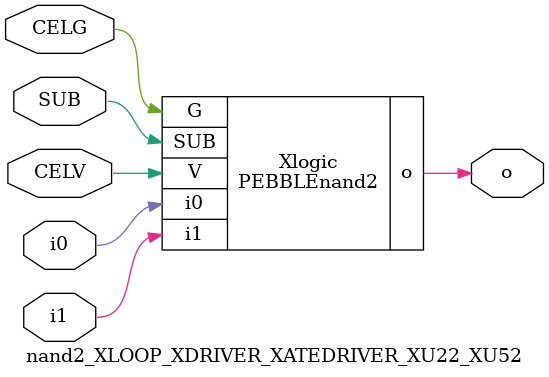
<source format=v>



module PEBBLEnand2 ( o, G, SUB, V, i0, i1 );

  input i0;
  input V;
  input i1;
  input G;
  output o;
  input SUB;
endmodule

//Celera Confidential Do Not Copy nand2_XLOOP_XDRIVER_XATEDRIVER_XU22_XU52
//Celera Confidential Symbol Generator
//5V NAND2
module nand2_XLOOP_XDRIVER_XATEDRIVER_XU22_XU52 (CELV,CELG,i0,i1,o,SUB);
input CELV;
input CELG;
input i0;
input i1;
input SUB;
output o;

//Celera Confidential Do Not Copy nand2
PEBBLEnand2 Xlogic(
.V (CELV),
.i0 (i0),
.i1 (i1),
.o (o),
.SUB (SUB),
.G (CELG)
);
//,diesize,PEBBLEnand2

//Celera Confidential Do Not Copy Module End
//Celera Schematic Generator
endmodule

</source>
